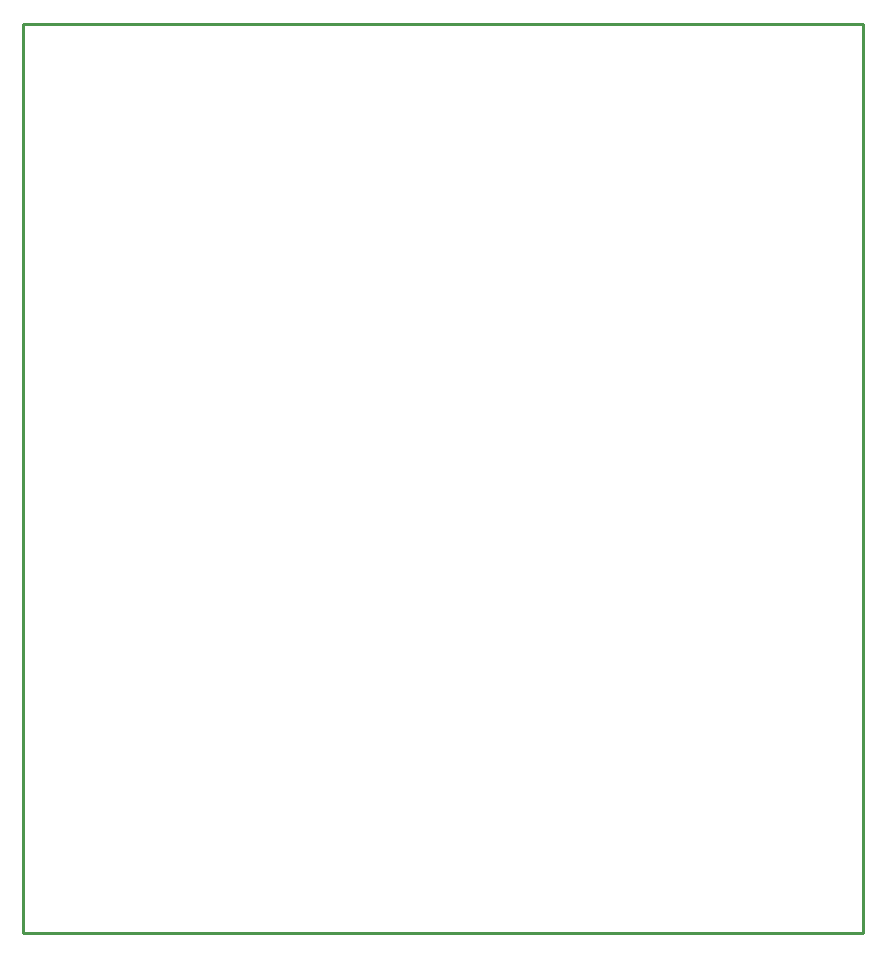
<source format=gm1>
G04*
G04 #@! TF.GenerationSoftware,Altium Limited,Altium Designer,20.0.13 (296)*
G04*
G04 Layer_Color=16711935*
%FSLAX24Y24*%
%MOIN*%
G70*
G01*
G75*
%ADD13C,0.0100*%
D13*
X0Y30300D02*
X28000D01*
X0Y0D02*
X28000D01*
Y30300D01*
X0Y0D02*
Y30300D01*
M02*

</source>
